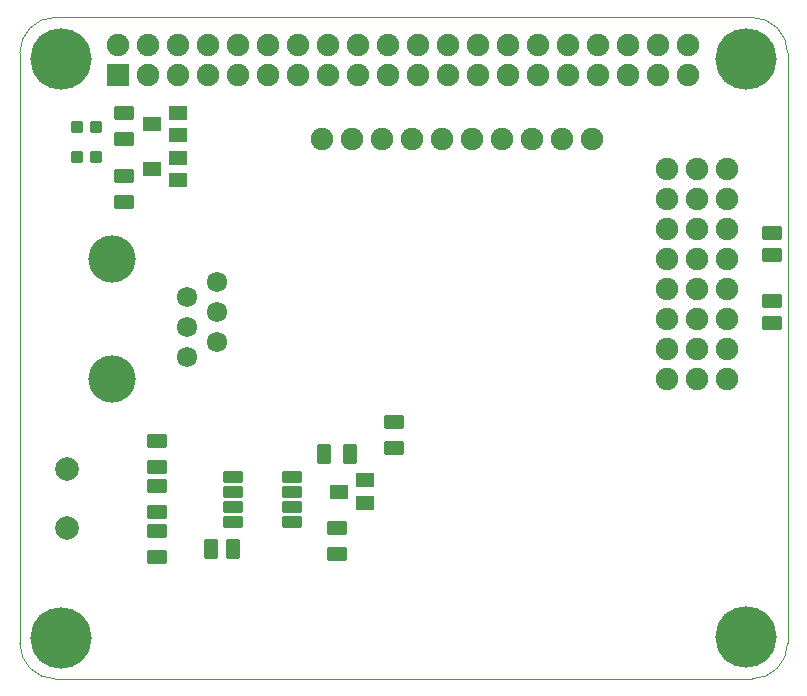
<source format=gbr>
G04 #@! TF.GenerationSoftware,KiCad,Pcbnew,(6.0.1)*
G04 #@! TF.CreationDate,2022-06-15T10:22:57-03:00*
G04 #@! TF.ProjectId,Pi-Hat,50692d48-6174-42e6-9b69-6361645f7063,rev?*
G04 #@! TF.SameCoordinates,Original*
G04 #@! TF.FileFunction,Soldermask,Top*
G04 #@! TF.FilePolarity,Negative*
%FSLAX46Y46*%
G04 Gerber Fmt 4.6, Leading zero omitted, Abs format (unit mm)*
G04 Created by KiCad (PCBNEW (6.0.1)) date 2022-06-15 10:22:57*
%MOMM*%
%LPD*%
G01*
G04 APERTURE LIST*
G04 Aperture macros list*
%AMRoundRect*
0 Rectangle with rounded corners*
0 $1 Rounding radius*
0 $2 $3 $4 $5 $6 $7 $8 $9 X,Y pos of 4 corners*
0 Add a 4 corners polygon primitive as box body*
4,1,4,$2,$3,$4,$5,$6,$7,$8,$9,$2,$3,0*
0 Add four circle primitives for the rounded corners*
1,1,$1+$1,$2,$3*
1,1,$1+$1,$4,$5*
1,1,$1+$1,$6,$7*
1,1,$1+$1,$8,$9*
0 Add four rect primitives between the rounded corners*
20,1,$1+$1,$2,$3,$4,$5,0*
20,1,$1+$1,$4,$5,$6,$7,0*
20,1,$1+$1,$6,$7,$8,$9,0*
20,1,$1+$1,$8,$9,$2,$3,0*%
%AMHorizOval*
0 Thick line with rounded ends*
0 $1 width*
0 $2 $3 position (X,Y) of the first rounded end (center of the circle)*
0 $4 $5 position (X,Y) of the second rounded end (center of the circle)*
0 Add line between two ends*
20,1,$1,$2,$3,$4,$5,0*
0 Add two circle primitives to create the rounded ends*
1,1,$1,$2,$3*
1,1,$1,$4,$5*%
G04 Aperture macros list end*
G04 #@! TA.AperFunction,Profile*
%ADD10C,0.100000*%
G04 #@! TD*
%ADD11RoundRect,0.100000X-0.400000X0.400000X-0.400000X-0.400000X0.400000X-0.400000X0.400000X0.400000X0*%
%ADD12RoundRect,0.100000X0.750000X-0.500000X0.750000X0.500000X-0.750000X0.500000X-0.750000X-0.500000X0*%
%ADD13RoundRect,0.100000X0.500000X0.750000X-0.500000X0.750000X-0.500000X-0.750000X0.500000X-0.750000X0*%
%ADD14RoundRect,0.100000X-0.750000X0.500000X-0.750000X-0.500000X0.750000X-0.500000X0.750000X0.500000X0*%
%ADD15C,1.900000*%
%ADD16RoundRect,0.100000X0.752500X-0.401000X0.752500X0.401000X-0.752500X0.401000X-0.752500X-0.401000X0*%
%ADD17C,5.200000*%
%ADD18C,2.000000*%
%ADD19RoundRect,0.100000X0.700000X-0.500000X0.700000X0.500000X-0.700000X0.500000X-0.700000X-0.500000X0*%
%ADD20RoundRect,0.100000X-0.850000X0.850000X-0.850000X-0.850000X0.850000X-0.850000X0.850000X0.850000X0*%
%ADD21HorizOval,1.900000X0.000000X0.000000X0.000000X0.000000X0*%
%ADD22O,1.900000X1.900000*%
%ADD23HorizOval,1.900000X0.000000X0.000000X0.000000X0.000000X0*%
%ADD24C,1.724000*%
%ADD25C,4.000000*%
G04 APERTURE END LIST*
D10*
X78546356Y-63817611D02*
X78546356Y-113817611D01*
X81546356Y-60817611D02*
G75*
G03*
X78546356Y-63817611I0J-3000000D01*
G01*
X140546356Y-60817611D02*
X81546356Y-60817611D01*
X143546356Y-63817611D02*
G75*
G03*
X140546356Y-60817611I-3000000J0D01*
G01*
X143546356Y-113817611D02*
X143546356Y-63817611D01*
X78546356Y-113817611D02*
G75*
G03*
X81546356Y-116817611I3000000J0D01*
G01*
X81546356Y-116817611D02*
X140546356Y-116817611D01*
X140546356Y-116817611D02*
G75*
G03*
X143546351Y-113822847I0J3000000D01*
G01*
D11*
X83376000Y-72644000D03*
X85026000Y-72644000D03*
X83376000Y-70104000D03*
X85026000Y-70104000D03*
D12*
X142240000Y-79085000D03*
X142240000Y-80935000D03*
D13*
X94706000Y-105791000D03*
X96556000Y-105791000D03*
D14*
X142240000Y-86650000D03*
X142240000Y-84800000D03*
D12*
X90182500Y-106510000D03*
X90182500Y-104310000D03*
X110248500Y-97239000D03*
X110248500Y-95039000D03*
X105410000Y-106238400D03*
X105410000Y-104038400D03*
D14*
X90157500Y-96690000D03*
X90157500Y-98890000D03*
D13*
X106510000Y-97777500D03*
X104310000Y-97777500D03*
D12*
X90182500Y-102700000D03*
X90182500Y-100500000D03*
D14*
X87350600Y-74218800D03*
X87350600Y-76418800D03*
X87363500Y-68877000D03*
X87363500Y-71077000D03*
D15*
X104140000Y-71120000D03*
X106680000Y-71120000D03*
X109220000Y-71120000D03*
X111760000Y-71120000D03*
X114300000Y-71120000D03*
X116840000Y-71120000D03*
X119380000Y-71120000D03*
X121920000Y-71120000D03*
X124460000Y-71120000D03*
X127000000Y-71120000D03*
X133359410Y-73660000D03*
X133359410Y-76200000D03*
X133359410Y-78740000D03*
X133359410Y-81280000D03*
X133359410Y-83820000D03*
X133359410Y-86360000D03*
X133359410Y-88900000D03*
X133359410Y-91440000D03*
X138430000Y-91440000D03*
X138430000Y-88900000D03*
X138430000Y-86360000D03*
X138430000Y-83820000D03*
X138430000Y-81280000D03*
X138430000Y-78740000D03*
X138430000Y-76200000D03*
X138430000Y-73660000D03*
X135890000Y-73660000D03*
X135890000Y-76200000D03*
X135890000Y-78740000D03*
X135890000Y-81280000D03*
X135890000Y-83820000D03*
X135890000Y-86360000D03*
X135890000Y-88900000D03*
X135890000Y-91440000D03*
D16*
X101557500Y-103505000D03*
X101557500Y-102235000D03*
X101557500Y-100965000D03*
X101557500Y-99695000D03*
X96562500Y-99695000D03*
X96562500Y-100965000D03*
X96562500Y-102235000D03*
X96562500Y-103505000D03*
D17*
X82046356Y-64317611D03*
X140040000Y-64330000D03*
X82040000Y-113320000D03*
X140030000Y-113310000D03*
D18*
X82550000Y-104060000D03*
X82550000Y-99060000D03*
D19*
X107780000Y-101915000D03*
X107780000Y-100015000D03*
X105580000Y-100965000D03*
X91905000Y-74610000D03*
X91905000Y-72710000D03*
X89705000Y-73660000D03*
X91905000Y-70800000D03*
X91905000Y-68900000D03*
X89705000Y-69850000D03*
D20*
X86868000Y-65659000D03*
D21*
X86868000Y-63119000D03*
D22*
X89408000Y-65659000D03*
D23*
X89408000Y-63119000D03*
D22*
X91948000Y-65659000D03*
D21*
X91948000Y-63119000D03*
D22*
X94488000Y-65659000D03*
X94488000Y-63119000D03*
D21*
X97028000Y-65659000D03*
D22*
X97028000Y-63119000D03*
X99568000Y-65659000D03*
X99568000Y-63119000D03*
X102108000Y-65659000D03*
D21*
X102108000Y-63119000D03*
D22*
X104648000Y-65659000D03*
X104648000Y-63119000D03*
D23*
X107188000Y-65659000D03*
D22*
X107188000Y-63119000D03*
X109728000Y-65659000D03*
D21*
X109728000Y-63119000D03*
D22*
X112268000Y-65659000D03*
X112268000Y-63119000D03*
X114808000Y-65659000D03*
X114808000Y-63119000D03*
X117348000Y-65659000D03*
X117348000Y-63119000D03*
X119888000Y-65659000D03*
X119888000Y-63119000D03*
X122428000Y-65659000D03*
D21*
X122428000Y-63119000D03*
D22*
X124968000Y-65659000D03*
X124968000Y-63119000D03*
X127508000Y-65659000D03*
D21*
X127508000Y-63119000D03*
D22*
X130048000Y-65659000D03*
X130048000Y-63119000D03*
X132588000Y-65659000D03*
X132588000Y-63119000D03*
D21*
X135128000Y-65659000D03*
D22*
X135128000Y-63119000D03*
D24*
X92710000Y-89530000D03*
D25*
X86360000Y-81280000D03*
X86360000Y-91440000D03*
D24*
X92710000Y-86990000D03*
X92710000Y-84450000D03*
X95250000Y-88260000D03*
X95250000Y-85720000D03*
X95250000Y-83180000D03*
M02*

</source>
